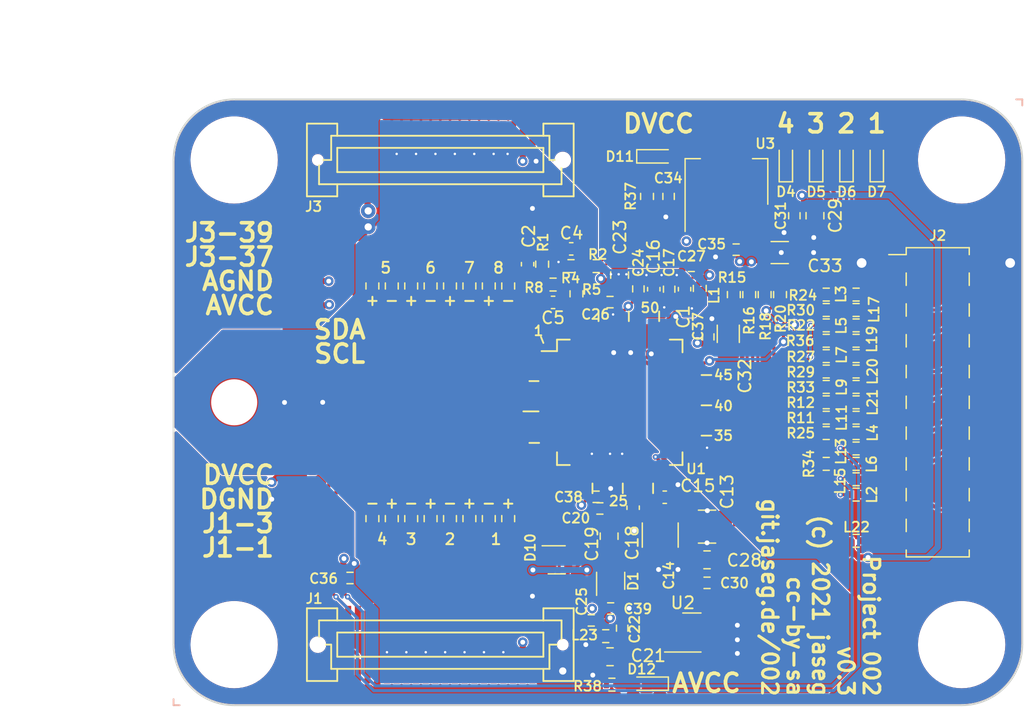
<source format=kicad_pcb>
(kicad_pcb (version 20210126) (generator pcbnew)

  (general
    (thickness 1.66)
  )

  (paper "A4")
  (layers
    (0 "F.Cu" signal)
    (1 "In1.Cu" signal)
    (2 "In2.Cu" signal)
    (31 "B.Cu" signal)
    (32 "B.Adhes" user "B.Adhesive")
    (33 "F.Adhes" user "F.Adhesive")
    (34 "B.Paste" user)
    (35 "F.Paste" user)
    (36 "B.SilkS" user "B.Silkscreen")
    (37 "F.SilkS" user "F.Silkscreen")
    (38 "B.Mask" user)
    (39 "F.Mask" user)
    (40 "Dwgs.User" user "User.Drawings")
    (41 "Cmts.User" user "User.Comments")
    (42 "Eco1.User" user "User.Eco1")
    (43 "Eco2.User" user "User.Eco2")
    (44 "Edge.Cuts" user)
    (45 "Margin" user)
    (46 "B.CrtYd" user "B.Courtyard")
    (47 "F.CrtYd" user "F.Courtyard")
    (48 "B.Fab" user)
    (49 "F.Fab" user)
  )

  (setup
    (stackup
      (layer "F.SilkS" (type "Top Silk Screen"))
      (layer "F.Paste" (type "Top Solder Paste"))
      (layer "F.Mask" (type "Top Solder Mask") (color "Green") (thickness 0.01))
      (layer "F.Cu" (type "copper") (thickness 0.035))
      (layer "dielectric 1" (type "core") (thickness 0.5) (material "FR4") (epsilon_r 4.5) (loss_tangent 0.02))
      (layer "In1.Cu" (type "copper") (thickness 0.035))
      (layer "dielectric 2" (type "prepreg") (thickness 0.5) (material "FR4") (epsilon_r 4.5) (loss_tangent 0.02))
      (layer "In2.Cu" (type "copper") (thickness 0.035))
      (layer "dielectric 3" (type "core") (thickness 0.5) (material "FR4") (epsilon_r 4.5) (loss_tangent 0.02))
      (layer "B.Cu" (type "copper") (thickness 0.035))
      (layer "B.Mask" (type "Bottom Solder Mask") (color "Green") (thickness 0.01))
      (layer "B.Paste" (type "Bottom Solder Paste"))
      (layer "B.SilkS" (type "Bottom Silk Screen"))
      (copper_finish "None")
      (dielectric_constraints no)
    )
    (pcbplotparams
      (layerselection 0x00010fc_ffffffff)
      (disableapertmacros false)
      (usegerberextensions true)
      (usegerberattributes true)
      (usegerberadvancedattributes true)
      (creategerberjobfile true)
      (svguseinch false)
      (svgprecision 6)
      (excludeedgelayer true)
      (plotframeref false)
      (viasonmask false)
      (mode 1)
      (useauxorigin true)
      (hpglpennumber 1)
      (hpglpenspeed 20)
      (hpglpendiameter 15.000000)
      (dxfpolygonmode true)
      (dxfimperialunits true)
      (dxfusepcbnewfont true)
      (psnegative false)
      (psa4output false)
      (plotreference true)
      (plotvalue true)
      (plotinvisibletext false)
      (sketchpadsonfab false)
      (subtractmaskfromsilk false)
      (outputformat 1)
      (mirror false)
      (drillshape 0)
      (scaleselection 1)
      (outputdirectory "gerber")
    )
  )


  (net 0 "")
  (net 1 "VDDA")
  (net 2 "VSSA")
  (net 3 "GNDD")
  (net 4 "VDD")
  (net 5 "unconnected-(D1-Pad6)")
  (net 6 "+BATT")
  (net 7 "/BIAS")
  (net 8 "Net-(C21-Pad1)")
  (net 9 "unconnected-(D2-Pad6)")
  (net 10 "/IN3P")
  (net 11 "/IN4N")
  (net 12 "/IN3N")
  (net 13 "/IN4P")
  (net 14 "unconnected-(D3-Pad6)")
  (net 15 "/IN1P")
  (net 16 "/IN2N")
  (net 17 "/IN1N")
  (net 18 "/IN2P")
  (net 19 "unconnected-(D8-Pad6)")
  (net 20 "Net-(D4-Pad1)")
  (net 21 "Net-(D5-Pad1)")
  (net 22 "Net-(D6-Pad1)")
  (net 23 "Net-(D7-Pad1)")
  (net 24 "/IN5P")
  (net 25 "/IN6N")
  (net 26 "/IN5N")
  (net 27 "/IN6P")
  (net 28 "unconnected-(D9-Pad6)")
  (net 29 "/IN7P")
  (net 30 "/IN8N")
  (net 31 "/IN7N")
  (net 32 "/IN8P")
  (net 33 "unconnected-(D10-Pad1)")
  (net 34 "unconnected-(D10-Pad2)")
  (net 35 "unconnected-(D10-Pad6)")
  (net 36 "unconnected-(J1-Pad35)")
  (net 37 "Net-(J2-Pad5)")
  (net 38 "Net-(J2-Pad9)")
  (net 39 "Net-(J2-Pad10)")
  (net 40 "Net-(J2-Pad11)")
  (net 41 "Net-(J2-Pad12)")
  (net 42 "Net-(J2-Pad13)")
  (net 43 "Net-(J2-Pad14)")
  (net 44 "Net-(J2-Pad15)")
  (net 45 "Net-(J2-Pad17)")
  (net 46 "Net-(J2-Pad18)")
  (net 47 "/ADS_NPWDN")
  (net 48 "/ADS_NRST")
  (net 49 "/ADS_SCK")
  (net 50 "/ADS_MISO")
  (net 51 "/ADS_MOSI")
  (net 52 "/ADS_NCS")
  (net 53 "/ADS_START")
  (net 54 "/ADS_NDRDY")
  (net 55 "/ADS_CLK")
  (net 56 "/ADS_CLKSEL")
  (net 57 "/ADS_DAISY_IN")
  (net 58 "unconnected-(J3-Pad4)")
  (net 59 "Net-(D11-Pad1)")
  (net 60 "/AVDD1")
  (net 61 "/BIASOUT")
  (net 62 "/1PD")
  (net 63 "/1ND")
  (net 64 "/BIASREF")
  (net 65 "/BIASINV")
  (net 66 "/2PD")
  (net 67 "/2ND")
  (net 68 "/3PD")
  (net 69 "/3ND")
  (net 70 "/4PD")
  (net 71 "/4ND")
  (net 72 "/5PD")
  (net 73 "/5ND")
  (net 74 "/6PD")
  (net 75 "/6ND")
  (net 76 "/7PD")
  (net 77 "/7ND")
  (net 78 "/8PD")
  (net 79 "/8ND")
  (net 80 "/VCAP1")
  (net 81 "/VCAP2")
  (net 82 "/VCAP3")
  (net 83 "/VCAP4")
  (net 84 "/VREFP")
  (net 85 "/SRB1")
  (net 86 "/SRB2")
  (net 87 "/BIASIN")
  (net 88 "/ADS_NPWDN_DR")
  (net 89 "/ADS_NRST_DR")
  (net 90 "/ADS_GPIO4")
  (net 91 "/ADS_GPIO3")
  (net 92 "/ADS_GPIO2")
  (net 93 "/ADS_GPIO1")
  (net 94 "/ADS_SCLK_DR")
  (net 95 "/ADS_DOUT_DR")
  (net 96 "/ADS_DIN_DR")
  (net 97 "/ADS_NCS_DR")
  (net 98 "/ADS_START_DR")
  (net 99 "/ADS_NDRDY_DR")
  (net 100 "/ADS_CLK_DR")
  (net 101 "/ADS_CLKSEL_DR")
  (net 102 "/ADS_DAISY_IN_DR")
  (net 103 "unconnected-(J3-Pad6)")
  (net 104 "Net-(J2-Pad3)")
  (net 105 "Net-(J2-Pad4)")
  (net 106 "Net-(J2-Pad6)")
  (net 107 "Net-(J2-Pad7)")
  (net 108 "Net-(J2-Pad8)")
  (net 109 "Net-(J1-Pad1)")
  (net 110 "/SDA_PT")
  (net 111 "Net-(J1-Pad3)")
  (net 112 "/SCL_PT")
  (net 113 "Net-(J3-Pad37)")
  (net 114 "Net-(J3-Pad39)")
  (net 115 "unconnected-(U1-Pad27)")
  (net 116 "unconnected-(U1-Pad29)")
  (net 117 "Net-(D12-Pad2)")
  (net 118 "unconnected-(U1-Pad64)")
  (net 119 "unconnected-(U2-Pad4)")

  (footprint "Housings_QFP:TQFP-64_10x10mm_Pitch0.5mm" (layer "F.Cu") (at 146.8 115))

  (footprint "TO_SOT_Packages_SMD:SOT-223-3Lead_TabPin2" (layer "F.Cu") (at 155.6 96.8 90))

  (footprint "Capacitor_SMD:C_0603_1608Metric" (layer "F.Cu") (at 152.146 105.664 90))

  (footprint "Capacitor_SMD:C_0603_1608Metric" (layer "F.Cu") (at 139.2 103.6 -90))

  (footprint "Capacitor_SMD:C_0603_1608Metric" (layer "F.Cu") (at 142.7988 102.3366 180))

  (footprint "Capacitor_SMD:C_0603_1608Metric" (layer "F.Cu") (at 141.3002 106.7562))

  (footprint "Capacitor_SMD:C_1210_3225Metric" (layer "F.Cu") (at 154.0002 125.2616))

  (footprint "Capacitor_SMD:C_0603_1608Metric" (layer "F.Cu") (at 150.5116 122.8344))

  (footprint "Capacitor_SMD:C_0603_1608Metric" (layer "F.Cu") (at 149.606 105.664 90))

  (footprint "Capacitors_SMD:C_0402" (layer "F.Cu") (at 150.876 105.664 90))

  (footprint "Capacitor_SMD:C_0603_1608Metric" (layer "F.Cu") (at 147.9042 123.698 -90))

  (footprint "Capacitors_SMD:C_0402" (layer "F.Cu") (at 145.161 123.763 180))

  (footprint "Capacitors_SMD:C_0402" (layer "F.Cu") (at 147 133.6406 90))

  (footprint "Capacitors_SMD:C_0402" (layer "F.Cu") (at 148.336 105.6386 90))

  (footprint "Capacitors_SMD:C_0402" (layer "F.Cu") (at 144.45 133 180))

  (footprint "Capacitors_SMD:C_0402" (layer "F.Cu") (at 145.9992 106.7308))

  (footprint "Capacitors_SMD:C_0402" (layer "F.Cu") (at 152.7 103.7336 180))

  (footprint "Capacitors_SMD:C_0402" (layer "F.Cu") (at 154 129.9 180))

  (footprint "Capacitors_SMD:C_0402" (layer "F.Cu") (at 161.2 99.6 -90))

  (footprint "Capacitors_SMD:C_0402" (layer "F.Cu") (at 150.828 98.006 -90))

  (footprint "Capacitors_SMD:C_0402" (layer "F.Cu") (at 156.4 102.4 180))

  (footprint "Capacitors_SMD:C_0402" (layer "F.Cu") (at 124.55 129.5))

  (footprint "Capacitors_SMD:C_0402" (layer "F.Cu") (at 154.1 109.6 90))

  (footprint "TO_SOT_Packages_SMD:SOT-363_SC-70-6" (layer "F.Cu") (at 146.05 129.732 90))

  (footprint "LEDs:LED_0603_HandSoldering" (layer "F.Cu") (at 160.5 95 90))

  (footprint "LEDs:LED_0603_HandSoldering" (layer "F.Cu") (at 163 95 90))

  (footprint "LEDs:LED_0603_HandSoldering" (layer "F.Cu") (at 165.5 95 90))

  (footprint "LEDs:LED_0603_HandSoldering" (layer "F.Cu") (at 168 95 90))

  (footprint "TO_SOT_Packages_SMD:SOT-363_SC-70-6" (layer "F.Cu") (at 141.6 128))

  (footprint "Resistors_SMD:R_0402" (layer "F.Cu") (at 153.4 105.6 -90))

  (footprint "Resistors_SMD:R_0402" (layer "F.Cu") (at 166.2938 106.11))

  (footprint "Resistors_SMD:R_0402" (layer "F.Cu") (at 166.2938 108.65))

  (footprint "Resistors_SMD:R_0402" (layer "F.Cu") (at 166.2938 111.19))

  (footprint "Resistors_SMD:R_0402" (layer "F.Cu") (at 166.2938 113.73))

  (footprint "Resistors_SMD:R_0402" (layer "F.Cu") (at 166.2938 116.27))

  (footprint "Resistors_SMD:R_0402" (layer "F.Cu") (at 166.2938 118.81))

  (footprint "Resistors_SMD:R_0402" (layer "F.Cu") (at 166.2938 121.35))

  (footprint "Resistors_SMD:R_0402" (layer "F.Cu") (at 166.2938 107.38))

  (footprint "Resistors_SMD:R_0402" (layer "F.Cu") (at 166.2938 109.92))

  (footprint "Resistors_SMD:R_0402" (layer "F.Cu") (at 166.2938 112.46))

  (footprint "Resistors_SMD:R_0402" (layer "F.Cu") (at 166.2938 115))

  (footprint "Resistors_SMD:R_0402" (layer "F.Cu") (at 166.2938 126.43 180))

  (footprint "Resistors_SMD:R_0402" (layer "F.Cu") (at 145.6432 134.301 180))

  (footprint "Resistors_SMD:R_0402" (layer "F.Cu") (at 140.4 103.6 90))

  (footprint "Resistors_SMD:R_0402" (layer "F.Cu") (at 144.8562 103.759))

  (footprint "Resistors_SMD:R_0402" (layer "F.Cu") (at 137.6 124.6 -90))

  (footprint "Resistors_SMD:R_0402" (layer "F.Cu") (at 142.7806 103.759))

  (footprint "Resistors_SMD:R_0402" (layer "F.Cu") (at 143.2306 106.045 -90))

  (footprint "Resistors_SMD:R_0402" (layer "F.Cu") (at 136 124.6 -90))

  (footprint "Resistors_SMD:R_0402" (layer "F.Cu") (at 134.4 124.6 -90))

  (footprint "Resistors_SMD:R_0402" (layer "F.Cu") (at 141.3002 105.283 180))

  (footprint "Resistors_SMD:R_0402" (layer "F.Cu") (at 132.8 124.6 -90))

  (footprint "Resistors_SMD:R_0402" (layer "F.Cu") (at 131.2 124.6 -90))

  (footprint "Resistors_SMD:R_0402" (layer "F.Cu") (at 163.83 116.27 180))

  (footprint "Resistors_SMD:R_0402" (layer "F.Cu") (at 163.83 115 180))

  (footprint "Resistors_SMD:R_0402" (layer "F.Cu") (at 129.6 124.6 -90))

  (footprint "Resistors_SMD:R_0402" (layer "F.Cu") (at 128 124.6 -90))

  (footprint "Resistors_SMD:R_0402" (layer "F.Cu") (at 156.21 106.11 -90))

  (footprint "Resistors_SMD:R_0402" (layer "F.Cu") (at 157.48 106.11 -90))

  (footprint "Resistors_SMD:R_0402" (layer "F.Cu") (at 126.4 124.6 -90))

  (footprint "Resistors_SMD:R_0402" (layer "F.Cu") (at 158.75 106.11 -90))

  (footprint "Resistors_SMD:R_0402" (layer "F.Cu") (at 126.4 105.4 90))

  (footprint "Resistors_SMD:R_0402" (layer "F.Cu") (at 160.02 106.11 -90))

  (footprint "Resistors_SMD:R_0402" (layer "F.Cu")
    (tedit 5B3770F2) (tstamp 00000000-0000-0000-0000-00005b348ef7)
    (at 128 105.4 90)
    (descr "Resistor SMD 0402, reflow soldering, Vishay (see dcrcw.pdf)")
    (tags "resistor 0402")
    (property "Sheetfile" "frontend_board.kicad_sch")
    (property "Sheetname" "")
    (path "/00000000-0000-0000-0000-00005b3391d1")
    (attr smd)
    (fp_text reference "R21" (at 2.25 -1.35 90) (layer "F.SilkS") hide
      (effects (font (size 0.81 0.81) (thickness 0.15)))
      (tstamp cea9b028-130f-4734-88b5-badd55c53821)
    )
    (fp_text value "2k2" (at 0 1.45 90) (layer "F.Fab")
      (effects (font (size 1 1) (thickness 0.15)))
      (tstamp 19ed36a9-3ca9-48a5-a8d3-ddbe30e75a10)
    )
    (fp_text user "${REFERENCE}" (at 0 -1.35 90) (layer "F.Fab")
      (effects (font (size 1 1) (thickness 0.15)))
      (tstamp f1304a3b-6025-45dd-a8c7-2f2cacd47808)
    )
    (fp_line (start -0.25 0.53) (end 0.25 0.53) (layer "F.SilkS") (width 0.12) (tstamp 99dab9d9-7962-4a70-84fc-e805c38b49b0))
    (fp_line (start 0.25 -0.53) (end -0.25 -0.53) (layer "F.SilkS") (width 0.12) (tstamp ca93fd24-ceba-4c12-9110-90f3de5fedba))
    (fp_line (start 0.8 0.45) (end 0.8 -0.45) (layer "F.CrtYd") (width 0.05) (tstamp 093946d3-49c3-4842-a50e-6760dd81c25c))
    (fp_line
... [1866839 chars truncated]
</source>
